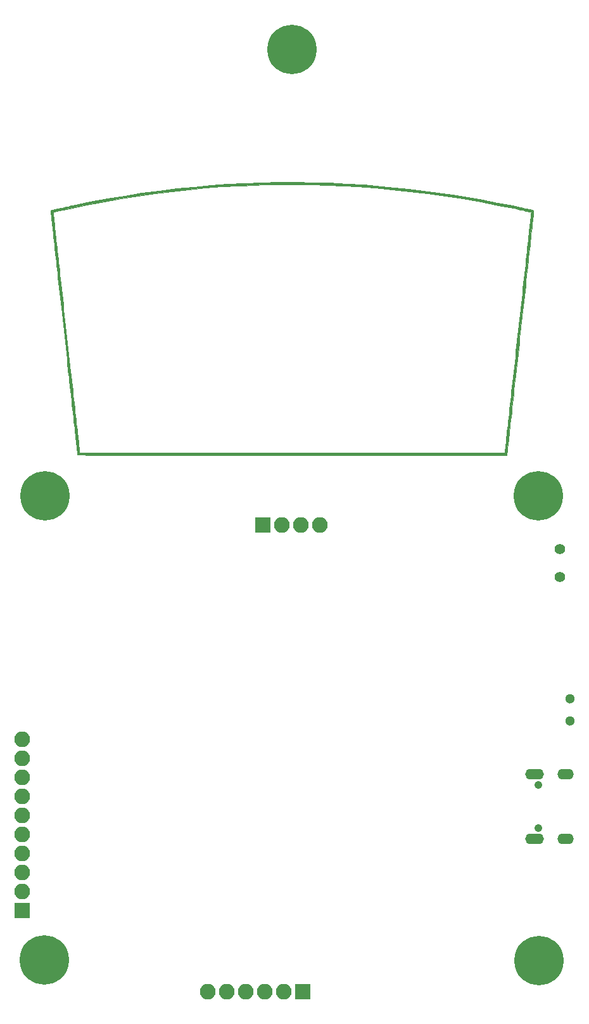
<source format=gbr>
%TF.GenerationSoftware,KiCad,Pcbnew,(6.99.0-1615-g403992a6f4-dirty)*%
%TF.CreationDate,2022-06-06T14:57:22-05:00*%
%TF.ProjectId,DeauthBottom,44656175-7468-4426-9f74-746f6d2e6b69,rev?*%
%TF.SameCoordinates,Original*%
%TF.FileFunction,Soldermask,Bot*%
%TF.FilePolarity,Negative*%
%FSLAX46Y46*%
G04 Gerber Fmt 4.6, Leading zero omitted, Abs format (unit mm)*
G04 Created by KiCad (PCBNEW (6.99.0-1615-g403992a6f4-dirty)) date 2022-06-06 14:57:22*
%MOMM*%
%LPD*%
G01*
G04 APERTURE LIST*
G04 Aperture macros list*
%AMRoundRect*
0 Rectangle with rounded corners*
0 $1 Rounding radius*
0 $2 $3 $4 $5 $6 $7 $8 $9 X,Y pos of 4 corners*
0 Add a 4 corners polygon primitive as box body*
4,1,4,$2,$3,$4,$5,$6,$7,$8,$9,$2,$3,0*
0 Add four circle primitives for the rounded corners*
1,1,$1+$1,$2,$3*
1,1,$1+$1,$4,$5*
1,1,$1+$1,$6,$7*
1,1,$1+$1,$8,$9*
0 Add four rect primitives between the rounded corners*
20,1,$1+$1,$2,$3,$4,$5,0*
20,1,$1+$1,$4,$5,$6,$7,0*
20,1,$1+$1,$6,$7,$8,$9,0*
20,1,$1+$1,$8,$9,$2,$3,0*%
G04 Aperture macros list end*
%ADD10C,0.010000*%
%ADD11C,6.600000*%
%ADD12C,1.400000*%
%ADD13RoundRect,0.200000X0.850000X0.850000X-0.850000X0.850000X-0.850000X-0.850000X0.850000X-0.850000X0*%
%ADD14O,2.100000X2.100000*%
%ADD15C,1.050000*%
%ADD16O,2.500000X1.400000*%
%ADD17O,2.200000X1.400000*%
%ADD18C,1.300000*%
%ADD19RoundRect,0.200000X0.850000X-0.850000X0.850000X0.850000X-0.850000X0.850000X-0.850000X-0.850000X0*%
%ADD20RoundRect,0.200000X-0.850000X0.850000X-0.850000X-0.850000X0.850000X-0.850000X0.850000X0.850000X0*%
G04 APERTURE END LIST*
%TO.C,G\u002A\u002A\u002A*%
G36*
X101351409Y-55001366D02*
G01*
X101347569Y-54943758D01*
X101346533Y-54909841D01*
X101347997Y-54898659D01*
X101374115Y-54890639D01*
X101438035Y-54874551D01*
X101536166Y-54851188D01*
X101664915Y-54821347D01*
X101820690Y-54785823D01*
X101999898Y-54745411D01*
X102198947Y-54700907D01*
X102414246Y-54653105D01*
X102642201Y-54602802D01*
X102879221Y-54550791D01*
X103121713Y-54497870D01*
X103366085Y-54444833D01*
X103608745Y-54392475D01*
X103846100Y-54341592D01*
X104074558Y-54292978D01*
X104269957Y-54251749D01*
X106616068Y-53777162D01*
X108948303Y-53341977D01*
X111268061Y-52946117D01*
X113576740Y-52589503D01*
X115875741Y-52272056D01*
X118166461Y-51993698D01*
X120450302Y-51754350D01*
X122728660Y-51553934D01*
X125002937Y-51392371D01*
X127274531Y-51269584D01*
X129544841Y-51185493D01*
X131815267Y-51140020D01*
X134087208Y-51133087D01*
X136362063Y-51164616D01*
X138641232Y-51234527D01*
X140926113Y-51342742D01*
X143218106Y-51489183D01*
X145518610Y-51673772D01*
X147281000Y-51840274D01*
X149201661Y-52047148D01*
X151147009Y-52283699D01*
X153112297Y-52549176D01*
X155092781Y-52842826D01*
X157083715Y-53163897D01*
X159080353Y-53511639D01*
X161077951Y-53885299D01*
X163071764Y-54284125D01*
X164182583Y-54517690D01*
X164488521Y-54583161D01*
X164755700Y-54640407D01*
X164986758Y-54690061D01*
X165184330Y-54732758D01*
X165351055Y-54769131D01*
X165489569Y-54799814D01*
X165602508Y-54825441D01*
X165692512Y-54846646D01*
X165762215Y-54864062D01*
X165814256Y-54878324D01*
X165851270Y-54890066D01*
X165875897Y-54899920D01*
X165890771Y-54908522D01*
X165898531Y-54916505D01*
X165901813Y-54924502D01*
X165902969Y-54931214D01*
X165900874Y-54953457D01*
X165894269Y-55016541D01*
X165883293Y-55119228D01*
X165868080Y-55260282D01*
X165848768Y-55438465D01*
X165825492Y-55652541D01*
X165798389Y-55901272D01*
X165767594Y-56183421D01*
X165733245Y-56497752D01*
X165695477Y-56843027D01*
X165654427Y-57218010D01*
X165610231Y-57621462D01*
X165563025Y-58052147D01*
X165512945Y-58508829D01*
X165460128Y-58990269D01*
X165404710Y-59495231D01*
X165346827Y-60022478D01*
X165286615Y-60570773D01*
X165224210Y-61138879D01*
X165159750Y-61725558D01*
X165093369Y-62329574D01*
X165025205Y-62949689D01*
X164955394Y-63584667D01*
X164884071Y-64233270D01*
X164811373Y-64894262D01*
X164737436Y-65566405D01*
X164662397Y-66248462D01*
X164586392Y-66939196D01*
X164509556Y-67637371D01*
X164432027Y-68341748D01*
X164353940Y-69051092D01*
X164275432Y-69764165D01*
X164196639Y-70479729D01*
X164117697Y-71196548D01*
X164038743Y-71913386D01*
X163959912Y-72629003D01*
X163881341Y-73342165D01*
X163803166Y-74051633D01*
X163725524Y-74756171D01*
X163648550Y-75454541D01*
X163572381Y-76145507D01*
X163497153Y-76827831D01*
X163423003Y-77500276D01*
X163350066Y-78161606D01*
X163278479Y-78810582D01*
X163208378Y-79445969D01*
X163139899Y-80066529D01*
X163073179Y-80671026D01*
X163008353Y-81258221D01*
X162945559Y-81826878D01*
X162884932Y-82375760D01*
X162826608Y-82903629D01*
X162770724Y-83409250D01*
X162717416Y-83891384D01*
X162666821Y-84348795D01*
X162619073Y-84780245D01*
X162574311Y-85184498D01*
X162532669Y-85560316D01*
X162494285Y-85906463D01*
X162459294Y-86221701D01*
X162427833Y-86504793D01*
X162400038Y-86754503D01*
X162376045Y-86969593D01*
X162355990Y-87148826D01*
X162340010Y-87290965D01*
X162328240Y-87394772D01*
X162320818Y-87459012D01*
X162318434Y-87478625D01*
X162305360Y-87579167D01*
X133615930Y-87579167D01*
X132514127Y-87579155D01*
X131422501Y-87579121D01*
X130341821Y-87579063D01*
X129272858Y-87578984D01*
X128216381Y-87578883D01*
X127173160Y-87578761D01*
X126143965Y-87578617D01*
X125129565Y-87578454D01*
X124130731Y-87578270D01*
X123148231Y-87578067D01*
X122182835Y-87577844D01*
X121235314Y-87577603D01*
X120306437Y-87577343D01*
X119396974Y-87577066D01*
X118507694Y-87576771D01*
X117639367Y-87576459D01*
X116792764Y-87576131D01*
X115968653Y-87575786D01*
X115167804Y-87575426D01*
X114390988Y-87575050D01*
X113638973Y-87574659D01*
X112912530Y-87574254D01*
X112212428Y-87573835D01*
X111539438Y-87573402D01*
X110894328Y-87572956D01*
X110277868Y-87572497D01*
X109690829Y-87572026D01*
X109133980Y-87571543D01*
X108608091Y-87571048D01*
X108113931Y-87570542D01*
X107652270Y-87570026D01*
X107223878Y-87569499D01*
X106829525Y-87568963D01*
X106469980Y-87568417D01*
X106146013Y-87567863D01*
X105858394Y-87567300D01*
X105607893Y-87566728D01*
X105395278Y-87566149D01*
X105221321Y-87565563D01*
X105086791Y-87564970D01*
X104992457Y-87564371D01*
X104939089Y-87563765D01*
X104926396Y-87563292D01*
X104924088Y-87541459D01*
X104917272Y-87478805D01*
X104906085Y-87376583D01*
X104890666Y-87236050D01*
X104871153Y-87058460D01*
X104847684Y-86845068D01*
X104820398Y-86597131D01*
X104789434Y-86315902D01*
X104754929Y-86002638D01*
X104717023Y-85658593D01*
X104675853Y-85285023D01*
X104631558Y-84883183D01*
X104584276Y-84454328D01*
X104534146Y-83999713D01*
X104481306Y-83520593D01*
X104425895Y-83018225D01*
X104368051Y-82493862D01*
X104307912Y-81948761D01*
X104245617Y-81384176D01*
X104181303Y-80801362D01*
X104115111Y-80201575D01*
X104047177Y-79586071D01*
X103977641Y-78956103D01*
X103906641Y-78312928D01*
X103834314Y-77657801D01*
X103760801Y-76991976D01*
X103751878Y-76911167D01*
X103672088Y-76188535D01*
X103590910Y-75453337D01*
X103508602Y-74707896D01*
X103425419Y-73954534D01*
X103341618Y-73195575D01*
X103257455Y-72433342D01*
X103173188Y-71670156D01*
X103089072Y-70908341D01*
X103005363Y-70150219D01*
X102922319Y-69398113D01*
X102840196Y-68654346D01*
X102759250Y-67921241D01*
X102679738Y-67201120D01*
X102601916Y-66496306D01*
X102526041Y-65809122D01*
X102452369Y-65141890D01*
X102381157Y-64496933D01*
X102312660Y-63876575D01*
X102247136Y-63283137D01*
X102184841Y-62718942D01*
X102126031Y-62186314D01*
X102070964Y-61687575D01*
X102019895Y-61225047D01*
X101973080Y-60801054D01*
X101950273Y-60594487D01*
X101882251Y-59977954D01*
X101818869Y-59402466D01*
X101760018Y-58867002D01*
X101705590Y-58370542D01*
X101655477Y-57912065D01*
X101609571Y-57490549D01*
X101567765Y-57104974D01*
X101529950Y-56754319D01*
X101496018Y-56437563D01*
X101465861Y-56153685D01*
X101439372Y-55901664D01*
X101416443Y-55680480D01*
X101396965Y-55489110D01*
X101380830Y-55326535D01*
X101367931Y-55191733D01*
X101362627Y-55133073D01*
X101657371Y-55133073D01*
X101658915Y-55154586D01*
X101664937Y-55216480D01*
X101675254Y-55317058D01*
X101689682Y-55454627D01*
X101708036Y-55627491D01*
X101730131Y-55833954D01*
X101755784Y-56072321D01*
X101784809Y-56340898D01*
X101817023Y-56637988D01*
X101852241Y-56961897D01*
X101890279Y-57310929D01*
X101930952Y-57683390D01*
X101974075Y-58077583D01*
X102019466Y-58491815D01*
X102066938Y-58924388D01*
X102116308Y-59373609D01*
X102167392Y-59837782D01*
X102220004Y-60315212D01*
X102273961Y-60804203D01*
X102292604Y-60973020D01*
X102339416Y-61396827D01*
X102390595Y-61860240D01*
X102445869Y-62360785D01*
X102504966Y-62895990D01*
X102567611Y-63463382D01*
X102633533Y-64060489D01*
X102702458Y-64684837D01*
X102774113Y-65333953D01*
X102848226Y-66005366D01*
X102924523Y-66696601D01*
X103002732Y-67405187D01*
X103082580Y-68128651D01*
X103163793Y-68864519D01*
X103246099Y-69610319D01*
X103329226Y-70363578D01*
X103412899Y-71121824D01*
X103496847Y-71882583D01*
X103580796Y-72643383D01*
X103664473Y-73401752D01*
X103747606Y-74155215D01*
X103829921Y-74901301D01*
X103911146Y-75637536D01*
X103991007Y-76361449D01*
X104058654Y-76974667D01*
X104130656Y-77627314D01*
X104201530Y-78269590D01*
X104271133Y-78900199D01*
X104339321Y-79517851D01*
X104405951Y-80121253D01*
X104470880Y-80709111D01*
X104533965Y-81280133D01*
X104595063Y-81833026D01*
X104654031Y-82366498D01*
X104710726Y-82879256D01*
X104765004Y-83370007D01*
X104816723Y-83837458D01*
X104865740Y-84280317D01*
X104911910Y-84697291D01*
X104955092Y-85087088D01*
X104995143Y-85448414D01*
X105031918Y-85779977D01*
X105065275Y-86080485D01*
X105095072Y-86348644D01*
X105121164Y-86583162D01*
X105143409Y-86782746D01*
X105161663Y-86946103D01*
X105175784Y-87071941D01*
X105185629Y-87158968D01*
X105191053Y-87205889D01*
X105192085Y-87214042D01*
X105203584Y-87282834D01*
X162032248Y-87282834D01*
X162044102Y-87214042D01*
X162047458Y-87187056D01*
X162055284Y-87119413D01*
X162067442Y-87012356D01*
X162083795Y-86867130D01*
X162104206Y-86684981D01*
X162128538Y-86467153D01*
X162156654Y-86214891D01*
X162188416Y-85929439D01*
X162223687Y-85612041D01*
X162262330Y-85263944D01*
X162304209Y-84886391D01*
X162349185Y-84480627D01*
X162397121Y-84047898D01*
X162447881Y-83589446D01*
X162501327Y-83106518D01*
X162557322Y-82600358D01*
X162615728Y-82072211D01*
X162676410Y-81523321D01*
X162739228Y-80954934D01*
X162804047Y-80368293D01*
X162870730Y-79764643D01*
X162939137Y-79145230D01*
X163009134Y-78511298D01*
X163080582Y-77864092D01*
X163153345Y-77204856D01*
X163227284Y-76534834D01*
X163302264Y-75855273D01*
X163378146Y-75167417D01*
X163454794Y-74472509D01*
X163532071Y-73771795D01*
X163609838Y-73066520D01*
X163687960Y-72357929D01*
X163766298Y-71647265D01*
X163844716Y-70935774D01*
X163923077Y-70224701D01*
X164001243Y-69515289D01*
X164079077Y-68808785D01*
X164156442Y-68106432D01*
X164233201Y-67409476D01*
X164309217Y-66719160D01*
X164384352Y-66036730D01*
X164458469Y-65363431D01*
X164531431Y-64700506D01*
X164603101Y-64049202D01*
X164673341Y-63410762D01*
X164742016Y-62786431D01*
X164808986Y-62177454D01*
X164874115Y-61585076D01*
X164937267Y-61010541D01*
X164998303Y-60455095D01*
X165057087Y-59919981D01*
X165113481Y-59406444D01*
X165167349Y-58915730D01*
X165218552Y-58449082D01*
X165266954Y-58007747D01*
X165312418Y-57592967D01*
X165354807Y-57205989D01*
X165393982Y-56848056D01*
X165429808Y-56520414D01*
X165462147Y-56224307D01*
X165490861Y-55960979D01*
X165515815Y-55731677D01*
X165536869Y-55537643D01*
X165553888Y-55380124D01*
X165566733Y-55260363D01*
X165575269Y-55179606D01*
X165579357Y-55139096D01*
X165579703Y-55134315D01*
X165556005Y-55126796D01*
X165492842Y-55111135D01*
X165392203Y-55087767D01*
X165256080Y-55057128D01*
X165086462Y-55019651D01*
X164885339Y-54975774D01*
X164654701Y-54925931D01*
X164396539Y-54870557D01*
X164112842Y-54810087D01*
X163805600Y-54744958D01*
X163632250Y-54708351D01*
X161221457Y-54218429D01*
X158824005Y-53768385D01*
X156439264Y-53358136D01*
X154066605Y-52987596D01*
X151705399Y-52656683D01*
X149355018Y-52365311D01*
X147014833Y-52113397D01*
X144684215Y-51900857D01*
X142362535Y-51727607D01*
X140518250Y-51617611D01*
X138365290Y-51521123D01*
X136200711Y-51458894D01*
X134032534Y-51430997D01*
X131868780Y-51437503D01*
X129717471Y-51478485D01*
X128664916Y-51511364D01*
X126454068Y-51607841D01*
X124238664Y-51741361D01*
X122017511Y-51912079D01*
X119789417Y-52120152D01*
X117553190Y-52365734D01*
X115307636Y-52648983D01*
X113051564Y-52970055D01*
X110783779Y-53329105D01*
X108503091Y-53726289D01*
X106208306Y-54161764D01*
X103898231Y-54635686D01*
X102550252Y-54928384D01*
X102363172Y-54969979D01*
X102189174Y-55008967D01*
X102032547Y-55044365D01*
X101897581Y-55075190D01*
X101788565Y-55100458D01*
X101709789Y-55119186D01*
X101665542Y-55130390D01*
X101657371Y-55133073D01*
X101362627Y-55133073D01*
X101358160Y-55083683D01*
X101351409Y-55001366D01*
G37*
D10*
X101351409Y-55001366D02*
X101347569Y-54943758D01*
X101346533Y-54909841D01*
X101347997Y-54898659D01*
X101374115Y-54890639D01*
X101438035Y-54874551D01*
X101536166Y-54851188D01*
X101664915Y-54821347D01*
X101820690Y-54785823D01*
X101999898Y-54745411D01*
X102198947Y-54700907D01*
X102414246Y-54653105D01*
X102642201Y-54602802D01*
X102879221Y-54550791D01*
X103121713Y-54497870D01*
X103366085Y-54444833D01*
X103608745Y-54392475D01*
X103846100Y-54341592D01*
X104074558Y-54292978D01*
X104269957Y-54251749D01*
X106616068Y-53777162D01*
X108948303Y-53341977D01*
X111268061Y-52946117D01*
X113576740Y-52589503D01*
X115875741Y-52272056D01*
X118166461Y-51993698D01*
X120450302Y-51754350D01*
X122728660Y-51553934D01*
X125002937Y-51392371D01*
X127274531Y-51269584D01*
X129544841Y-51185493D01*
X131815267Y-51140020D01*
X134087208Y-51133087D01*
X136362063Y-51164616D01*
X138641232Y-51234527D01*
X140926113Y-51342742D01*
X143218106Y-51489183D01*
X145518610Y-51673772D01*
X147281000Y-51840274D01*
X149201661Y-52047148D01*
X151147009Y-52283699D01*
X153112297Y-52549176D01*
X155092781Y-52842826D01*
X157083715Y-53163897D01*
X159080353Y-53511639D01*
X161077951Y-53885299D01*
X163071764Y-54284125D01*
X164182583Y-54517690D01*
X164488521Y-54583161D01*
X164755700Y-54640407D01*
X164986758Y-54690061D01*
X165184330Y-54732758D01*
X165351055Y-54769131D01*
X165489569Y-54799814D01*
X165602508Y-54825441D01*
X165692512Y-54846646D01*
X165762215Y-54864062D01*
X165814256Y-54878324D01*
X165851270Y-54890066D01*
X165875897Y-54899920D01*
X165890771Y-54908522D01*
X165898531Y-54916505D01*
X165901813Y-54924502D01*
X165902969Y-54931214D01*
X165900874Y-54953457D01*
X165894269Y-55016541D01*
X165883293Y-55119228D01*
X165868080Y-55260282D01*
X165848768Y-55438465D01*
X165825492Y-55652541D01*
X165798389Y-55901272D01*
X165767594Y-56183421D01*
X165733245Y-56497752D01*
X165695477Y-56843027D01*
X165654427Y-57218010D01*
X165610231Y-57621462D01*
X165563025Y-58052147D01*
X165512945Y-58508829D01*
X165460128Y-58990269D01*
X165404710Y-59495231D01*
X165346827Y-60022478D01*
X165286615Y-60570773D01*
X165224210Y-61138879D01*
X165159750Y-61725558D01*
X165093369Y-62329574D01*
X165025205Y-62949689D01*
X164955394Y-63584667D01*
X164884071Y-64233270D01*
X164811373Y-64894262D01*
X164737436Y-65566405D01*
X164662397Y-66248462D01*
X164586392Y-66939196D01*
X164509556Y-67637371D01*
X164432027Y-68341748D01*
X164353940Y-69051092D01*
X164275432Y-69764165D01*
X164196639Y-70479729D01*
X164117697Y-71196548D01*
X164038743Y-71913386D01*
X163959912Y-72629003D01*
X163881341Y-73342165D01*
X163803166Y-74051633D01*
X163725524Y-74756171D01*
X163648550Y-75454541D01*
X163572381Y-76145507D01*
X163497153Y-76827831D01*
X163423003Y-77500276D01*
X163350066Y-78161606D01*
X163278479Y-78810582D01*
X163208378Y-79445969D01*
X163139899Y-80066529D01*
X163073179Y-80671026D01*
X163008353Y-81258221D01*
X162945559Y-81826878D01*
X162884932Y-82375760D01*
X162826608Y-82903629D01*
X162770724Y-83409250D01*
X162717416Y-83891384D01*
X162666821Y-84348795D01*
X162619073Y-84780245D01*
X162574311Y-85184498D01*
X162532669Y-85560316D01*
X162494285Y-85906463D01*
X162459294Y-86221701D01*
X162427833Y-86504793D01*
X162400038Y-86754503D01*
X162376045Y-86969593D01*
X162355990Y-87148826D01*
X162340010Y-87290965D01*
X162328240Y-87394772D01*
X162320818Y-87459012D01*
X162318434Y-87478625D01*
X162305360Y-87579167D01*
X133615930Y-87579167D01*
X132514127Y-87579155D01*
X131422501Y-87579121D01*
X130341821Y-87579063D01*
X129272858Y-87578984D01*
X128216381Y-87578883D01*
X127173160Y-87578761D01*
X126143965Y-87578617D01*
X125129565Y-87578454D01*
X124130731Y-87578270D01*
X123148231Y-87578067D01*
X122182835Y-87577844D01*
X121235314Y-87577603D01*
X120306437Y-87577343D01*
X119396974Y-87577066D01*
X118507694Y-87576771D01*
X117639367Y-87576459D01*
X116792764Y-87576131D01*
X115968653Y-87575786D01*
X115167804Y-87575426D01*
X114390988Y-87575050D01*
X113638973Y-87574659D01*
X112912530Y-87574254D01*
X112212428Y-87573835D01*
X111539438Y-87573402D01*
X110894328Y-87572956D01*
X110277868Y-87572497D01*
X109690829Y-87572026D01*
X109133980Y-87571543D01*
X108608091Y-87571048D01*
X108113931Y-87570542D01*
X107652270Y-87570026D01*
X107223878Y-87569499D01*
X106829525Y-87568963D01*
X106469980Y-87568417D01*
X106146013Y-87567863D01*
X105858394Y-87567300D01*
X105607893Y-87566728D01*
X105395278Y-87566149D01*
X105221321Y-87565563D01*
X105086791Y-87564970D01*
X104992457Y-87564371D01*
X104939089Y-87563765D01*
X104926396Y-87563292D01*
X104924088Y-87541459D01*
X104917272Y-87478805D01*
X104906085Y-87376583D01*
X104890666Y-87236050D01*
X104871153Y-87058460D01*
X104847684Y-86845068D01*
X104820398Y-86597131D01*
X104789434Y-86315902D01*
X104754929Y-86002638D01*
X104717023Y-85658593D01*
X104675853Y-85285023D01*
X104631558Y-84883183D01*
X104584276Y-84454328D01*
X104534146Y-83999713D01*
X104481306Y-83520593D01*
X104425895Y-83018225D01*
X104368051Y-82493862D01*
X104307912Y-81948761D01*
X104245617Y-81384176D01*
X104181303Y-80801362D01*
X104115111Y-80201575D01*
X104047177Y-79586071D01*
X103977641Y-78956103D01*
X103906641Y-78312928D01*
X103834314Y-77657801D01*
X103760801Y-76991976D01*
X103751878Y-76911167D01*
X103672088Y-76188535D01*
X103590910Y-75453337D01*
X103508602Y-74707896D01*
X103425419Y-73954534D01*
X103341618Y-73195575D01*
X103257455Y-72433342D01*
X103173188Y-71670156D01*
X103089072Y-70908341D01*
X103005363Y-70150219D01*
X102922319Y-69398113D01*
X102840196Y-68654346D01*
X102759250Y-67921241D01*
X102679738Y-67201120D01*
X102601916Y-66496306D01*
X102526041Y-65809122D01*
X102452369Y-65141890D01*
X102381157Y-64496933D01*
X102312660Y-63876575D01*
X102247136Y-63283137D01*
X102184841Y-62718942D01*
X102126031Y-62186314D01*
X102070964Y-61687575D01*
X102019895Y-61225047D01*
X101973080Y-60801054D01*
X101950273Y-60594487D01*
X101882251Y-59977954D01*
X101818869Y-59402466D01*
X101760018Y-58867002D01*
X101705590Y-58370542D01*
X101655477Y-57912065D01*
X101609571Y-57490549D01*
X101567765Y-57104974D01*
X101529950Y-56754319D01*
X101496018Y-56437563D01*
X101465861Y-56153685D01*
X101439372Y-55901664D01*
X101416443Y-55680480D01*
X101396965Y-55489110D01*
X101380830Y-55326535D01*
X101367931Y-55191733D01*
X101362627Y-55133073D01*
X101657371Y-55133073D01*
X101658915Y-55154586D01*
X101664937Y-55216480D01*
X101675254Y-55317058D01*
X101689682Y-55454627D01*
X101708036Y-55627491D01*
X101730131Y-55833954D01*
X101755784Y-56072321D01*
X101784809Y-56340898D01*
X101817023Y-56637988D01*
X101852241Y-56961897D01*
X101890279Y-57310929D01*
X101930952Y-57683390D01*
X101974075Y-58077583D01*
X102019466Y-58491815D01*
X102066938Y-58924388D01*
X102116308Y-59373609D01*
X102167392Y-59837782D01*
X102220004Y-60315212D01*
X102273961Y-60804203D01*
X102292604Y-60973020D01*
X102339416Y-61396827D01*
X102390595Y-61860240D01*
X102445869Y-62360785D01*
X102504966Y-62895990D01*
X102567611Y-63463382D01*
X102633533Y-64060489D01*
X102702458Y-64684837D01*
X102774113Y-65333953D01*
X102848226Y-66005366D01*
X102924523Y-66696601D01*
X103002732Y-67405187D01*
X103082580Y-68128651D01*
X103163793Y-68864519D01*
X103246099Y-69610319D01*
X103329226Y-70363578D01*
X103412899Y-71121824D01*
X103496847Y-71882583D01*
X103580796Y-72643383D01*
X103664473Y-73401752D01*
X103747606Y-74155215D01*
X103829921Y-74901301D01*
X103911146Y-75637536D01*
X103991007Y-76361449D01*
X104058654Y-76974667D01*
X104130656Y-77627314D01*
X104201530Y-78269590D01*
X104271133Y-78900199D01*
X104339321Y-79517851D01*
X104405951Y-80121253D01*
X104470880Y-80709111D01*
X104533965Y-81280133D01*
X104595063Y-81833026D01*
X104654031Y-82366498D01*
X104710726Y-82879256D01*
X104765004Y-83370007D01*
X104816723Y-83837458D01*
X104865740Y-84280317D01*
X104911910Y-84697291D01*
X104955092Y-85087088D01*
X104995143Y-85448414D01*
X105031918Y-85779977D01*
X105065275Y-86080485D01*
X105095072Y-86348644D01*
X105121164Y-86583162D01*
X105143409Y-86782746D01*
X105161663Y-86946103D01*
X105175784Y-87071941D01*
X105185629Y-87158968D01*
X105191053Y-87205889D01*
X105192085Y-87214042D01*
X105203584Y-87282834D01*
X162032248Y-87282834D01*
X162044102Y-87214042D01*
X162047458Y-87187056D01*
X162055284Y-87119413D01*
X162067442Y-87012356D01*
X162083795Y-86867130D01*
X162104206Y-86684981D01*
X162128538Y-86467153D01*
X162156654Y-86214891D01*
X162188416Y-85929439D01*
X162223687Y-85612041D01*
X162262330Y-85263944D01*
X162304209Y-84886391D01*
X162349185Y-84480627D01*
X162397121Y-84047898D01*
X162447881Y-83589446D01*
X162501327Y-83106518D01*
X162557322Y-82600358D01*
X162615728Y-82072211D01*
X162676410Y-81523321D01*
X162739228Y-80954934D01*
X162804047Y-80368293D01*
X162870730Y-79764643D01*
X162939137Y-79145230D01*
X163009134Y-78511298D01*
X163080582Y-77864092D01*
X163153345Y-77204856D01*
X163227284Y-76534834D01*
X163302264Y-75855273D01*
X163378146Y-75167417D01*
X163454794Y-74472509D01*
X163532071Y-73771795D01*
X163609838Y-73066520D01*
X163687960Y-72357929D01*
X163766298Y-71647265D01*
X163844716Y-70935774D01*
X163923077Y-70224701D01*
X164001243Y-69515289D01*
X164079077Y-68808785D01*
X164156442Y-68106432D01*
X164233201Y-67409476D01*
X164309217Y-66719160D01*
X164384352Y-66036730D01*
X164458469Y-65363431D01*
X164531431Y-64700506D01*
X164603101Y-64049202D01*
X164673341Y-63410762D01*
X164742016Y-62786431D01*
X164808986Y-62177454D01*
X164874115Y-61585076D01*
X164937267Y-61010541D01*
X164998303Y-60455095D01*
X165057087Y-59919981D01*
X165113481Y-59406444D01*
X165167349Y-58915730D01*
X165218552Y-58449082D01*
X165266954Y-58007747D01*
X165312418Y-57592967D01*
X165354807Y-57205989D01*
X165393982Y-56848056D01*
X165429808Y-56520414D01*
X165462147Y-56224307D01*
X165490861Y-55960979D01*
X165515815Y-55731677D01*
X165536869Y-55537643D01*
X165553888Y-55380124D01*
X165566733Y-55260363D01*
X165575269Y-55179606D01*
X165579357Y-55139096D01*
X165579703Y-55134315D01*
X165556005Y-55126796D01*
X165492842Y-55111135D01*
X165392203Y-55087767D01*
X165256080Y-55057128D01*
X165086462Y-55019651D01*
X164885339Y-54975774D01*
X164654701Y-54925931D01*
X164396539Y-54870557D01*
X164112842Y-54810087D01*
X163805600Y-54744958D01*
X163632250Y-54708351D01*
X161221457Y-54218429D01*
X158824005Y-53768385D01*
X156439264Y-53358136D01*
X154066605Y-52987596D01*
X151705399Y-52656683D01*
X149355018Y-52365311D01*
X147014833Y-52113397D01*
X144684215Y-51900857D01*
X142362535Y-51727607D01*
X140518250Y-51617611D01*
X138365290Y-51521123D01*
X136200711Y-51458894D01*
X134032534Y-51430997D01*
X131868780Y-51437503D01*
X129717471Y-51478485D01*
X128664916Y-51511364D01*
X126454068Y-51607841D01*
X124238664Y-51741361D01*
X122017511Y-51912079D01*
X119789417Y-52120152D01*
X117553190Y-52365734D01*
X115307636Y-52648983D01*
X113051564Y-52970055D01*
X110783779Y-53329105D01*
X108503091Y-53726289D01*
X106208306Y-54161764D01*
X103898231Y-54635686D01*
X102550252Y-54928384D01*
X102363172Y-54969979D01*
X102189174Y-55008967D01*
X102032547Y-55044365D01*
X101897581Y-55075190D01*
X101788565Y-55100458D01*
X101709789Y-55119186D01*
X101665542Y-55130390D01*
X101657371Y-55133073D01*
X101362627Y-55133073D01*
X101358160Y-55083683D01*
X101351409Y-55001366D01*
%TD*%
D11*
%TO.C,REF\u002A\u002A*%
X133600000Y-33400000D03*
%TD*%
%TO.C,J7*%
X166500000Y-93000000D03*
%TD*%
%TO.C,J5*%
X100600000Y-93000000D03*
%TD*%
D12*
%TO.C,U2*%
X169420000Y-100100000D03*
X169420000Y-103900000D03*
%TD*%
D11*
%TO.C,J6*%
X166600000Y-155100000D03*
%TD*%
D13*
%TO.C,J3*%
X97500000Y-148425000D03*
D14*
X97499999Y-145884999D03*
X97499999Y-143344999D03*
X97499999Y-140804999D03*
X97499999Y-138264999D03*
X97499999Y-135724999D03*
X97499999Y-133184999D03*
X97499999Y-130644999D03*
X97499999Y-128104999D03*
X97499999Y-125564999D03*
%TD*%
D15*
%TO.C,P1*%
X166512500Y-137390000D03*
X166512500Y-131610000D03*
D16*
X166012499Y-138819999D03*
D17*
X170162499Y-138819999D03*
D16*
X166012499Y-130179999D03*
D17*
X170162499Y-130179999D03*
%TD*%
D18*
%TO.C,SW4*%
X170800000Y-120100000D03*
X170800000Y-123100000D03*
%TD*%
D19*
%TO.C,J2*%
X129750000Y-96950000D03*
D14*
X132289999Y-96949999D03*
X134829999Y-96949999D03*
X137369999Y-96949999D03*
%TD*%
D11*
%TO.C,J8*%
X100500000Y-155000000D03*
%TD*%
D20*
%TO.C,J1*%
X135040000Y-159250000D03*
D14*
X132499999Y-159249999D03*
X129959999Y-159249999D03*
X127419999Y-159249999D03*
X124879999Y-159249999D03*
X122339999Y-159249999D03*
%TD*%
M02*

</source>
